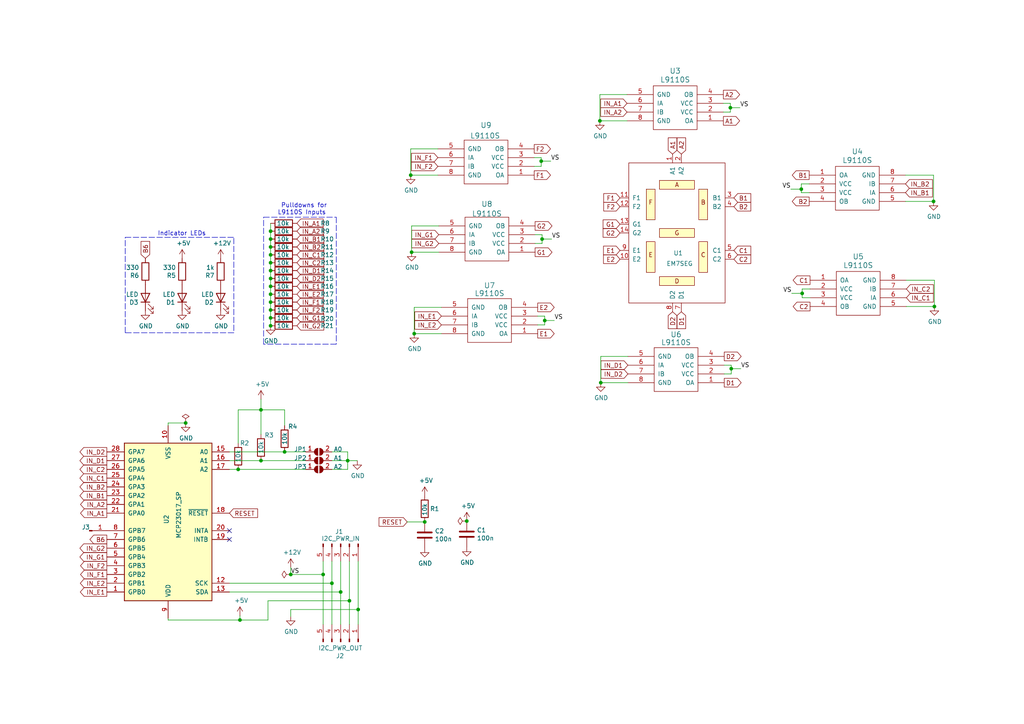
<source format=kicad_sch>
(kicad_sch (version 20231120) (generator "eeschema") (generator_version "8.0")
  (paper "A4")
  (lib_symbols
    (symbol "Connector:Conn_01x01_Male" (pin_names (offset 1.016) hide)
      (property "Reference" "J" (at 0 2.54 0))
      (property "Value" "Conn_01x01_Male" (at 0 -2.54 0))
      (symbol "Conn_01x01_Male_1_1"
        (polyline (pts (xy 1.27 0) (xy 0.8636 0)) (stroke (width 0.1524)))
        (rectangle (start 0.8636 0.127) (end 0 -0.127) (stroke (width 0.1524)) (fill (type outline)))
        (pin passive line (at 5.08 0 180) (length 3.81) (name "Pin_1") (number "1"))
      )
    )
    (symbol "Connector:Conn_01x05_Male" (pin_names (offset 1.016) hide)
      (property "Reference" "J" (at 0 7.62 0))
      (property "Value" "Conn_01x05_Male" (at 0 -7.62 0))
      (symbol "Conn_01x05_Male_1_1"
        (polyline (pts (xy 1.27 -5.08) (xy 0.8636 -5.08)) (stroke (width 0.1524)))
        (polyline (pts (xy 1.27 -2.54) (xy 0.8636 -2.54)) (stroke (width 0.1524)))
        (polyline (pts (xy 1.27 0) (xy 0.8636 0)) (stroke (width 0.1524)))
        (polyline (pts (xy 1.27 2.54) (xy 0.8636 2.54)) (stroke (width 0.1524)))
        (polyline (pts (xy 1.27 5.08) (xy 0.8636 5.08)) (stroke (width 0.1524)))
        (rectangle (start 0.8636 -4.953) (end 0 -5.207) (stroke (width 0.1524)) (fill (type outline)))
        (rectangle (start 0.8636 -2.413) (end 0 -2.667) (stroke (width 0.1524)) (fill (type outline)))
        (rectangle (start 0.8636 0.127) (end 0 -0.127) (stroke (width 0.1524)) (fill (type outline)))
        (rectangle (start 0.8636 2.667) (end 0 2.413) (stroke (width 0.1524)) (fill (type outline)))
        (rectangle (start 0.8636 5.207) (end 0 4.953) (stroke (width 0.1524)) (fill (type outline)))
        (pin passive line (at 5.08 5.08 180) (length 3.81) (name "Pin_1") (number "1"))
        (pin passive line (at 5.08 2.54 180) (length 3.81) (name "Pin_2") (number "2"))
        (pin passive line (at 5.08 0 180) (length 3.81) (name "Pin_3") (number "3"))
        (pin passive line (at 5.08 -2.54 180) (length 3.81) (name "Pin_4") (number "4"))
        (pin passive line (at 5.08 -5.08 180) (length 3.81) (name "Pin_5") (number "5"))
      )
    )
    (symbol "Device:C" (pin_numbers hide) (pin_names (offset 0.254))
      (property "Reference" "C" (at 0.635 2.54 0))
      (property "Value" "C" (at 0.635 -2.54 0))
      (symbol "C_0_1"
        (polyline (pts (xy -2.032 -0.762) (xy 2.032 -0.762)) (stroke (width 0.508)))
        (polyline (pts (xy -2.032 0.762) (xy 2.032 0.762)) (stroke (width 0.508)))
      )
      (symbol "C_1_1"
        (pin passive line (at 0 3.81 270) (length 2.794) (name "~") (number "1"))
        (pin passive line (at 0 -3.81 90) (length 2.794) (name "~") (number "2"))
      )
    )
    (symbol "Device:LED" (pin_numbers hide) (pin_names (offset 1.016) hide)
      (property "Reference" "D" (at 0 2.54 0))
      (property "Value" "LED" (at 0 -2.54 0))
      (symbol "LED_0_1"
        (polyline (pts (xy -1.27 -1.27) (xy -1.27 1.27)) (stroke (width 0.254)))
        (polyline (pts (xy -1.27 0) (xy 1.27 0)))
        (polyline (pts (xy 1.27 -1.27) (xy 1.27 1.27) (xy -1.27 0) (xy 1.27 -1.27)) (stroke (width 0.254)))
        (polyline (pts (xy -3.048 -0.762) (xy -4.572 -2.286) (xy -3.81 -2.286) (xy -4.572 -2.286) (xy -4.572 -1.524)))
        (polyline (pts (xy -1.778 -0.762) (xy -3.302 -2.286) (xy -2.54 -2.286) (xy -3.302 -2.286) (xy -3.302 -1.524)))
      )
      (symbol "LED_1_1"
        (pin passive line (at -3.81 0 0) (length 2.54) (name "K") (number "1"))
        (pin passive line (at 3.81 0 180) (length 2.54) (name "A") (number "2"))
      )
    )
    (symbol "Device:R" (pin_numbers hide) (pin_names (offset 0))
      (property "Reference" "R" (at 2.032 0 90))
      (property "Value" "R" (at 0 0 90))
      (symbol "R_0_1"
        (rectangle (start -1.016 -2.54) (end 1.016 2.54) (stroke (width 0.254)))
      )
      (symbol "R_1_1"
        (pin passive line (at 0 3.81 270) (length 1.27) (name "~") (number "1"))
        (pin passive line (at 0 -3.81 90) (length 1.27) (name "~") (number "2"))
      )
    )
    (symbol "EM7SEG_DRIVER-rescue:EM7SEG-Device" (pin_names (offset 1.016))
      (property "Reference" "U" (at 0 -6.35 0))
      (property "Value" "EM7SEG-Device" (at 0 -2.54 0))
      (symbol "EM7SEG-Device_0_0"
        (text "A" (at 0 13.97 0) (effects (font (size 1.27 1.27))))
        (text "B" (at 7.62 8.89 0) (effects (font (size 1.27 1.27))))
        (text "C" (at 7.62 -6.35 0) (effects (font (size 1.27 1.27))))
        (text "D" (at 0 -13.97 0) (effects (font (size 1.27 1.27))))
        (text "E" (at -7.62 -6.35 0) (effects (font (size 1.27 1.27))))
        (text "F" (at -7.62 8.89 0) (effects (font (size 1.27 1.27))))
        (text "G" (at 0 0 0) (effects (font (size 1.27 1.27))))
      )
      (symbol "EM7SEG-Device_0_1"
        (rectangle (start -13.97 20.32) (end 13.97 -20.32))
        (rectangle (start -8.89 -2.54) (end -6.35 -11.43) (fill (type background)))
        (rectangle (start -8.89 12.7) (end -6.35 3.81) (fill (type background)))
        (rectangle (start -5.08 -12.7) (end 5.08 -15.24) (fill (type background)))
        (rectangle (start -5.08 1.27) (end 5.08 -1.27) (fill (type background)))
        (rectangle (start -5.08 15.24) (end 5.08 12.7) (fill (type background)))
        (rectangle (start 6.35 -2.54) (end 8.89 -11.43) (fill (type background)))
        (rectangle (start 8.89 12.7) (end 6.35 3.81) (fill (type background)))
      )
      (symbol "EM7SEG-Device_1_1"
        (pin input line (at -1.27 22.86 270) (length 2.54) (name "A1") (number "1"))
        (pin input line (at -16.51 -7.62 0) (length 2.54) (name "E2") (number "10"))
        (pin input line (at -16.51 10.16 0) (length 2.54) (name "F1") (number "11"))
        (pin input line (at -16.51 7.62 0) (length 2.54) (name "F2") (number "12"))
        (pin input line (at -16.51 2.54 0) (length 2.54) (name "G1") (number "13"))
        (pin input line (at -16.51 0 0) (length 2.54) (name "G2") (number "14"))
        (pin input line (at 1.27 22.86 270) (length 2.54) (name "A2") (number "2"))
        (pin input line (at 16.51 10.16 180) (length 2.54) (name "B1") (number "3"))
        (pin input line (at 16.51 7.62 180) (length 2.54) (name "B2") (number "4"))
        (pin input line (at 16.51 -5.08 180) (length 2.54) (name "C1") (number "5"))
        (pin input line (at 16.51 -7.62 180) (length 2.54) (name "C2") (number "6"))
        (pin input line (at 1.27 -22.86 90) (length 2.54) (name "D1") (number "7"))
        (pin input line (at -1.27 -22.86 90) (length 2.54) (name "D2") (number "8"))
        (pin input line (at -16.51 -5.08 0) (length 2.54) (name "E1") (number "9"))
      )
    )
    (symbol "Interface_Expansion:MCP23017_SP" (pin_names (offset 1.016))
      (property "Reference" "U" (at -11.43 24.13 0))
      (property "Value" "MCP23017_SP" (at 0 0 0))
      (symbol "MCP23017_SP_0_1"
        (rectangle (start -12.7 22.86) (end 12.7 -22.86) (stroke (width 0.254)) (fill (type background)))
      )
      (symbol "MCP23017_SP_1_1"
        (pin bidirectional line (at 17.78 20.32 180) (length 5.08) (name "GPB0") (number "1"))
        (pin power_in line (at 0 -27.94 90) (length 5.08) (name "VSS") (number "10"))
        (pin no_connect line (at -12.7 15.24 0) (length 5.08) hide (name "NC") (number "11"))
        (pin input line (at -17.78 17.78 0) (length 5.08) (name "SCK") (number "12"))
        (pin bidirectional line (at -17.78 20.32 0) (length 5.08) (name "SDA") (number "13"))
        (pin no_connect line (at -12.7 12.7 0) (length 5.08) hide (name "NC") (number "14"))
        (pin input line (at -17.78 -20.32 0) (length 5.08) (name "A0") (number "15"))
        (pin input line (at -17.78 -17.78 0) (length 5.08) (name "A1") (number "16"))
        (pin input line (at -17.78 -15.24 0) (length 5.08) (name "A2") (number "17"))
        (pin input line (at -17.78 -2.54 0) (length 5.08) (name "~{RESET}") (number "18"))
        (pin tri_state line (at -17.78 5.08 0) (length 5.08) (name "INTB") (number "19"))
        (pin bidirectional line (at 17.78 17.78 180) (length 5.08) (name "GPB1") (number "2"))
        (pin tri_state line (at -17.78 2.54 0) (length 5.08) (name "INTA") (number "20"))
        (pin bidirectional line (at 17.78 -2.54 180) (length 5.08) (name "GPA0") (number "21"))
        (pin bidirectional line (at 17.78 -5.08 180) (length 5.08) (name "GPA1") (number "22"))
        (pin bidirectional line (at 17.78 -7.62 180) (length 5.08) (name "GPA2") (number "23"))
        (pin bidirectional line (at 17.78 -10.16 180) (length 5.08) (name "GPA3") (number "24"))
        (pin bidirectional line (at 17.78 -12.7 180) (length 5.08) (name "GPA4") (number "25"))
        (pin bidirectional line (at 17.78 -15.24 180) (length 5.08) (name "GPA5") (number "26"))
        (pin bidirectional line (at 17.78 -17.78 180) (length 5.08) (name "GPA6") (number "27"))
        (pin bidirectional line (at 17.78 -20.32 180) (length 5.08) (name "GPA7") (number "28"))
        (pin bidirectional line (at 17.78 15.24 180) (length 5.08) (name "GPB2") (number "3"))
        (pin bidirectional line (at 17.78 12.7 180) (length 5.08) (name "GPB3") (number "4"))
        (pin bidirectional line (at 17.78 10.16 180) (length 5.08) (name "GPB4") (number "5"))
        (pin bidirectional line (at 17.78 7.62 180) (length 5.08) (name "GPB5") (number "6"))
        (pin bidirectional line (at 17.78 5.08 180) (length 5.08) (name "GPB6") (number "7"))
        (pin bidirectional line (at 17.78 2.54 180) (length 5.08) (name "GPB7") (number "8"))
        (pin power_in line (at 0 27.94 270) (length 5.08) (name "VDD") (number "9"))
      )
    )
    (symbol "Jumper:SolderJumper_2_Open" (pin_names (offset 0) hide)
      (property "Reference" "JP" (at 0 2.032 0))
      (property "Value" "SolderJumper_2_Open" (at 0 -2.54 0))
      (symbol "SolderJumper_2_Open_0_1"
        (arc (start -0.254 1.016) (mid -1.2655 0) (end -0.254 -1.016))
        (arc (start -0.254 1.016) (mid -1.2655 0) (end -0.254 -1.016) (fill (type outline)))
        (polyline (pts (xy -0.254 1.016) (xy -0.254 -1.016)))
        (polyline (pts (xy 0.254 1.016) (xy 0.254 -1.016)))
        (arc (start 0.254 -1.016) (mid 1.2655 0) (end 0.254 1.016))
        (arc (start 0.254 -1.016) (mid 1.2655 0) (end 0.254 1.016) (fill (type outline)))
      )
      (symbol "SolderJumper_2_Open_1_1"
        (pin passive line (at -3.81 0 0) (length 2.54) (name "A") (number "1"))
        (pin passive line (at 3.81 0 180) (length 2.54) (name "B") (number "2"))
      )
    )
    (symbol "L9110:L9110" (pin_names (offset 1.016))
      (property "Reference" "U" (at 0 7.62 0))
      (property "Value" "L9110" (at 0 -7.62 0))
      (symbol "L9110_0_1"
        (rectangle (start 6.35 -6.35) (end -6.35 6.35))
      )
      (symbol "L9110_1_1"
        (pin output line (at -13.97 3.81 0) (length 7.62) (name "OA") (number "1"))
        (pin power_in line (at -13.97 1.27 0) (length 7.62) (name "VCC") (number "2"))
        (pin power_in line (at -13.97 -1.27 0) (length 7.62) (name "VCC") (number "3"))
        (pin output line (at -13.97 -3.81 0) (length 7.62) (name "OB") (number "4"))
        (pin power_in line (at 13.97 -3.81 180) (length 7.62) (name "GND") (number "5"))
        (pin input line (at 13.97 -1.27 180) (length 7.62) (name "IA") (number "6"))
        (pin input line (at 13.97 1.27 180) (length 7.62) (name "IB") (number "7"))
        (pin power_in line (at 13.97 3.81 180) (length 7.62) (name "GND") (number "8"))
      )
      (symbol "L9110_1_2"
        (pin output line (at -19.05 12.7 0) (length 7.62) (name "OA") (number "1"))
        (pin output line (at -19.05 5.08 0) (length 7.62) (name "VCC") (number "2"))
        (pin output line (at -19.05 -5.08 0) (length 7.62) (name "VCC") (number "3"))
        (pin power_out line (at -19.05 -12.7 0) (length 7.62) (name "OB") (number "4"))
        (pin power_out line (at 17.78 -12.7 180) (length 7.62) (name "GND") (number "5"))
        (pin input line (at 17.78 -5.08 180) (length 7.62) (name "IA") (number "6"))
        (pin input line (at 17.78 5.08 180) (length 7.62) (name "IB") (number "7"))
        (pin power_in line (at 17.78 12.7 180) (length 7.62) (name "GND") (number "8"))
      )
    )
    (symbol "power:+12V" (power) (pin_names (offset 0))
      (property "Value" "+12V" (at 0 3.556 0))
      (symbol "+12V_0_1"
        (polyline (pts (xy -0.762 1.27) (xy 0 2.54)))
        (polyline (pts (xy 0 0) (xy 0 2.54)))
        (polyline (pts (xy 0 2.54) (xy 0.762 1.27)))
      )
      (symbol "+12V_1_1"
        (pin power_in line (at 0 0 90) (length 0) hide (name "+12V") (number "1"))
      )
    )
    (symbol "power:+5V" (power) (pin_names (offset 0))
      (property "Value" "+5V" (at 0 3.556 0))
      (symbol "+5V_0_1"
        (polyline (pts (xy -0.762 1.27) (xy 0 2.54)))
        (polyline (pts (xy 0 0) (xy 0 2.54)))
        (polyline (pts (xy 0 2.54) (xy 0.762 1.27)))
      )
      (symbol "+5V_1_1"
        (pin power_in line (at 0 0 90) (length 0) hide (name "+5V") (number "1"))
      )
    )
    (symbol "power:GND" (power) (pin_names (offset 0))
      (property "Value" "GND" (at 0 -3.81 0))
      (symbol "GND_0_1"
        (polyline (pts (xy 0 0) (xy 0 -1.27) (xy 1.27 -1.27) (xy 0 -2.54) (xy -1.27 -1.27) (xy 0 -1.27)))
      )
      (symbol "GND_1_1"
        (pin power_in line (at 0 0 270) (length 0) hide (name "GND") (number "1"))
      )
    )
    (symbol "power:PWR_FLAG" (power) (pin_numbers hide) (pin_names (offset 0) hide)
      (property "Value" "PWR_FLAG" (at 0 3.81 0))
      (symbol "PWR_FLAG_0_0"
        (pin power_out line (at 0 0 90) (length 0) (name "pwr") (number "1"))
      )
      (symbol "PWR_FLAG_0_1"
        (polyline (pts (xy 0 0) (xy 0 1.27) (xy -1.016 1.905) (xy 0 2.54) (xy 1.016 1.905) (xy 0 1.27)))
      )
    )
  )
  (junction (at 156.972 46.736))
  (junction (at 271.018 88.9))
  (junction (at 135.382 151.13))
  (junction (at 75.692 118.872))
  (junction (at 78.486 73.914))
  (junction (at 69.596 179.832))
  (junction (at 93.726 166.624))
  (junction (at 270.764 58.42))
  (junction (at 69.088 136.144))
  (junction (at 103.886 176.784))
  (junction (at 96.266 169.164))
  (junction (at 78.486 80.772))
  (junction (at 173.99 35.052))
  (junction (at 84.328 166.624))
  (junction (at 174.244 110.998))
  (junction (at 78.486 83.058))
  (junction (at 75.692 133.604))
  (junction (at 100.838 133.604))
  (junction (at 120.142 96.774))
  (junction (at 78.486 67.056))
  (junction (at 157.988 92.964))
  (junction (at 78.486 78.486))
  (junction (at 101.346 174.244))
  (junction (at 78.486 71.628))
  (junction (at 232.664 85.09))
  (junction (at 123.19 151.384))
  (junction (at 78.486 76.2))
  (junction (at 119.126 50.8))
  (junction (at 78.486 85.344))
  (junction (at 82.55 131.064))
  (junction (at 78.486 87.63))
  (junction (at 157.226 69.342))
  (junction (at 211.836 31.242))
  (junction (at 78.486 69.342))
  (junction (at 78.486 89.916))
  (junction (at 232.41 54.864))
  (junction (at 78.486 92.202))
  (junction (at 119.38 73.152))
  (junction (at 98.806 171.704))
  (junction (at 53.848 122.682))
  (junction (at 212.09 106.934))
  (junction (at 78.486 94.488))
  (no_connect (at 66.548 156.464))
  (no_connect (at 66.548 153.924))
  (wire (pts (xy 93.726 181.102) (xy 93.726 166.624)))
  (wire (pts (xy 84.328 176.784) (xy 103.886 176.784)))
  (wire (pts (xy 127 43.18) (xy 119.126 43.18)))
  (wire (pts (xy 270.764 58.42) (xy 262.636 58.42)))
  (wire (pts (xy 101.346 174.244) (xy 101.346 162.814)))
  (wire (pts (xy 212.09 106.934) (xy 212.09 108.458)))
  (wire (pts (xy 271.018 88.9) (xy 262.89 88.9)))
  (wire (pts (xy 156.972 45.72) (xy 156.972 46.736)))
  (wire (pts (xy 75.692 118.872) (xy 82.55 118.872)))
  (wire (pts (xy 210.058 105.918) (xy 212.09 105.918)))
  (wire (pts (xy 78.486 64.77) (xy 78.486 67.056)))
  (wire (pts (xy 96.266 169.164) (xy 96.266 162.814)))
  (wire (pts (xy 96.266 136.144) (xy 100.838 136.144)))
  (wire (pts (xy 156.972 48.26) (xy 154.94 48.26)))
  (wire (pts (xy 84.328 164.592) (xy 84.328 166.624)))
  (wire (pts (xy 75.692 133.604) (xy 66.548 133.604)))
  (wire (pts (xy 78.486 94.488) (xy 78.486 92.202)))
  (wire (pts (xy 100.838 136.144) (xy 100.838 133.604)))
  (wire (pts (xy 100.838 133.604) (xy 96.266 133.604)))
  (wire (pts (xy 211.836 29.972) (xy 211.836 31.242)))
  (wire (pts (xy 160.02 69.342) (xy 157.226 69.342)))
  (wire (pts (xy 232.41 55.88) (xy 234.696 55.88)))
  (wire (pts (xy 157.226 69.342) (xy 157.226 70.612)))
  (wire (pts (xy 157.226 70.612) (xy 155.194 70.612)))
  (wire (pts (xy 66.548 171.704) (xy 98.806 171.704)))
  (wire (pts (xy 157.226 68.072) (xy 157.226 69.342)))
  (wire (pts (xy 271.018 81.28) (xy 271.018 88.9)))
  (wire (pts (xy 48.768 179.832) (xy 69.596 179.832)))
  (wire (pts (xy 103.886 181.102) (xy 103.886 176.784)))
  (wire (pts (xy 78.486 69.342) (xy 78.486 71.628)))
  (wire (pts (xy 174.244 103.378) (xy 174.244 110.998)))
  (wire (pts (xy 232.41 53.34) (xy 232.41 54.864)))
  (wire (pts (xy 174.244 110.998) (xy 182.118 110.998)))
  (wire (pts (xy 75.692 125.984) (xy 75.692 118.872)))
  (wire (pts (xy 98.806 181.102) (xy 98.806 171.704)))
  (wire (pts (xy 78.486 67.056) (xy 78.486 69.342)))
  (wire (pts (xy 78.486 85.344) (xy 78.486 87.63)))
  (wire (pts (xy 78.486 73.914) (xy 78.486 76.2)))
  (wire (pts (xy 155.194 68.072) (xy 157.226 68.072)))
  (wire (pts (xy 119.38 65.532) (xy 119.38 73.152)))
  (wire (pts (xy 78.486 80.772) (xy 78.486 83.058)))
  (wire (pts (xy 77.724 174.244) (xy 77.724 179.832)))
  (wire (pts (xy 82.55 131.064) (xy 88.646 131.064)))
  (wire (pts (xy 84.328 176.784) (xy 84.328 178.816)))
  (wire (pts (xy 120.142 89.154) (xy 120.142 96.774)))
  (wire (pts (xy 229.362 54.864) (xy 232.41 54.864)))
  (wire (pts (xy 212.09 105.918) (xy 212.09 106.934)))
  (wire (pts (xy 69.596 179.832) (xy 77.724 179.832)))
  (wire (pts (xy 229.616 85.09) (xy 232.664 85.09)))
  (polyline (pts (xy 36.322 96.52) (xy 36.322 68.834)) (stroke (width 0) (type dash)))
  (wire (pts (xy 84.328 166.624) (xy 93.726 166.624)))
  (wire (pts (xy 123.19 151.384) (xy 118.11 151.384)))
  (wire (pts (xy 66.548 169.164) (xy 96.266 169.164)))
  (wire (pts (xy 78.486 78.486) (xy 78.486 80.772)))
  (wire (pts (xy 119.126 50.8) (xy 127 50.8)))
  (wire (pts (xy 234.95 83.82) (xy 232.664 83.82)))
  (wire (pts (xy 232.664 86.36) (xy 234.95 86.36)))
  (wire (pts (xy 157.988 91.694) (xy 157.988 92.964)))
  (wire (pts (xy 78.486 83.058) (xy 78.486 85.344)))
  (wire (pts (xy 262.89 81.28) (xy 271.018 81.28)))
  (wire (pts (xy 182.118 103.378) (xy 174.244 103.378)))
  (wire (pts (xy 209.804 29.972) (xy 211.836 29.972)))
  (wire (pts (xy 78.486 76.2) (xy 78.486 78.486)))
  (wire (pts (xy 48.768 123.444) (xy 48.768 122.682)))
  (wire (pts (xy 100.838 131.064) (xy 100.838 133.604)))
  (wire (pts (xy 262.636 50.8) (xy 270.764 50.8)))
  (wire (pts (xy 98.806 171.704) (xy 98.806 162.814)))
  (wire (pts (xy 232.41 54.864) (xy 232.41 55.88)))
  (polyline (pts (xy 76.454 62.992) (xy 97.536 62.992)) (stroke (width 0) (type dash)))
  (polyline (pts (xy 67.818 69.088) (xy 67.818 96.52)) (stroke (width 0) (type dash)))
  (wire (pts (xy 157.988 94.234) (xy 155.956 94.234)))
  (wire (pts (xy 75.692 118.872) (xy 75.692 115.824)))
  (wire (pts (xy 100.838 133.604) (xy 103.632 133.604)))
  (wire (pts (xy 78.486 71.628) (xy 78.486 73.914)))
  (wire (pts (xy 78.486 87.63) (xy 78.486 89.916)))
  (wire (pts (xy 173.99 27.432) (xy 173.99 35.052)))
  (wire (pts (xy 82.55 118.872) (xy 82.55 123.444)))
  (wire (pts (xy 157.988 92.964) (xy 157.988 94.234)))
  (wire (pts (xy 232.664 83.82) (xy 232.664 85.09)))
  (wire (pts (xy 101.346 181.102) (xy 101.346 174.244)))
  (wire (pts (xy 211.836 31.242) (xy 211.836 32.512)))
  (wire (pts (xy 48.768 122.682) (xy 53.848 122.682)))
  (polyline (pts (xy 36.322 68.834) (xy 67.818 68.834)) (stroke (width 0) (type dash)))
  (wire (pts (xy 96.266 181.102) (xy 96.266 169.164)))
  (wire (pts (xy 119.38 73.152) (xy 127.254 73.152)))
  (wire (pts (xy 103.886 176.784) (xy 103.886 162.814)))
  (wire (pts (xy 128.016 89.154) (xy 120.142 89.154)))
  (wire (pts (xy 96.266 131.064) (xy 100.838 131.064)))
  (wire (pts (xy 48.768 179.324) (xy 48.768 179.832)))
  (wire (pts (xy 88.646 133.604) (xy 75.692 133.604)))
  (wire (pts (xy 66.548 136.144) (xy 69.088 136.144)))
  (wire (pts (xy 214.63 31.242) (xy 211.836 31.242)))
  (wire (pts (xy 234.696 53.34) (xy 232.41 53.34)))
  (wire (pts (xy 212.09 108.458) (xy 210.058 108.458)))
  (polyline (pts (xy 76.454 99.822) (xy 76.454 62.992)) (stroke (width 0) (type dash)))
  (wire (pts (xy 77.724 174.244) (xy 101.346 174.244)))
  (wire (pts (xy 119.126 43.18) (xy 119.126 50.8)))
  (wire (pts (xy 181.864 27.432) (xy 173.99 27.432)))
  (polyline (pts (xy 97.536 99.822) (xy 76.454 99.822)) (stroke (width 0) (type dash)))
  (wire (pts (xy 211.836 32.512) (xy 209.804 32.512)))
  (wire (pts (xy 156.972 46.736) (xy 156.972 48.26)))
  (polyline (pts (xy 67.818 96.52) (xy 36.322 96.52)) (stroke (width 0) (type dash)))
  (wire (pts (xy 160.782 92.964) (xy 157.988 92.964)))
  (wire (pts (xy 159.766 46.736) (xy 156.972 46.736)))
  (wire (pts (xy 120.142 96.774) (xy 128.016 96.774)))
  (wire (pts (xy 270.764 50.8) (xy 270.764 58.42)))
  (wire (pts (xy 69.088 128.524) (xy 69.088 118.872)))
  (wire (pts (xy 69.596 178.562) (xy 69.596 179.832)))
  (wire (pts (xy 69.088 136.144) (xy 88.646 136.144)))
  (wire (pts (xy 232.664 85.09) (xy 232.664 86.36)))
  (wire (pts (xy 154.94 45.72) (xy 156.972 45.72)))
  (wire (pts (xy 78.486 92.202) (xy 78.486 89.916)))
  (wire (pts (xy 173.99 35.052) (xy 181.864 35.052)))
  (wire (pts (xy 127.254 65.532) (xy 119.38 65.532)))
  (wire (pts (xy 66.548 131.064) (xy 82.55 131.064)))
  (wire (pts (xy 155.956 91.694) (xy 157.988 91.694)))
  (wire (pts (xy 214.884 106.934) (xy 212.09 106.934)))
  (wire (pts (xy 69.088 118.872) (xy 75.692 118.872)))
  (wire (pts (xy 93.726 166.624) (xy 93.726 162.814)))
  (polyline (pts (xy 97.536 62.992) (xy 97.536 99.822)) (stroke (width 0) (type dash)))
  (text " Pulldowns for \nL9110S Inputs" (at 80.518 62.484 0) (effects (font (size 1.27 1.27)) (justify left bottom)))
  (text "Indicator LEDs" (at 45.72 68.58 0) (effects (font (size 1.27 1.27)) (justify left bottom)))
  (label "VS" (at 214.884 106.934 0))
  (label "VS" (at 214.63 31.242 0))
  (label "VS" (at 160.782 92.964 0))
  (label "VS" (at 229.616 85.09 180))
  (label "VS" (at 229.362 54.864 180))
  (label "VS" (at 159.766 46.736 0))
  (label "VS" (at 84.328 166.624 0))
  (label "VS" (at 160.02 69.342 0))
  (global_label "F1" (shape input) (at 179.832 57.404 180) (property "Intersheetrefs" "${INTERSHEET_REFS}" (effects (hide yes))))
  (global_label "IN_C2" (shape input) (at 262.89 83.82 0) (property "Intersheetrefs" "${INTERSHEET_REFS}" (effects (hide yes))))
  (global_label "IN_C1" (shape input) (at 262.89 86.36 0) (property "Intersheetrefs" "${INTERSHEET_REFS}" (effects (hide yes))))
  (global_label "IN_C2" (shape output) (at 30.988 136.144 180) (property "Intersheetrefs" "${INTERSHEET_REFS}" (effects (hide yes))))
  (global_label "IN_A2" (shape input) (at 86.106 67.056 0) (property "Intersheetrefs" "${INTERSHEET_REFS}" (effects (hide yes))))
  (global_label "F1" (shape output) (at 154.94 50.8 0) (property "Intersheetrefs" "${INTERSHEET_REFS}" (effects (hide yes))))
  (global_label "E2" (shape input) (at 179.832 75.184 180) (property "Intersheetrefs" "${INTERSHEET_REFS}" (effects (hide yes))))
  (global_label "G2" (shape input) (at 179.832 67.564 180) (property "Intersheetrefs" "${INTERSHEET_REFS}" (effects (hide yes))))
  (global_label "IN_A2" (shape output) (at 30.988 146.304 180) (property "Intersheetrefs" "${INTERSHEET_REFS}" (effects (hide yes))))
  (global_label "A1" (shape output) (at 209.804 35.052 0) (property "Intersheetrefs" "${INTERSHEET_REFS}" (effects (hide yes))))
  (global_label "IN_E1" (shape input) (at 86.106 83.058 0) (property "Intersheetrefs" "${INTERSHEET_REFS}" (effects (hide yes))))
  (global_label "IN_E1" (shape input) (at 128.016 91.694 180) (property "Intersheetrefs" "${INTERSHEET_REFS}" (effects (hide yes))))
  (global_label "RESET" (shape input) (at 118.11 151.384 180) (property "Intersheetrefs" "${INTERSHEET_REFS}" (effects (hide yes))))
  (global_label "IN_D1" (shape input) (at 182.118 105.918 180) (property "Intersheetrefs" "${INTERSHEET_REFS}" (effects (hide yes))))
  (global_label "IN_G1" (shape input) (at 86.106 92.202 0) (property "Intersheetrefs" "${INTERSHEET_REFS}" (effects (hide yes))))
  (global_label "IN_B1" (shape input) (at 262.636 55.88 0) (property "Intersheetrefs" "${INTERSHEET_REFS}" (effects (hide yes))))
  (global_label "A1" (shape input) (at 195.072 44.704 90) (property "Intersheetrefs" "${INTERSHEET_REFS}" (effects (hide yes))))
  (global_label "B6" (shape input) (at 42.164 74.93 90) (property "Intersheetrefs" "${INTERSHEET_REFS}" (effects (hide yes))))
  (global_label "IN_G2" (shape input) (at 86.106 94.488 0) (property "Intersheetrefs" "${INTERSHEET_REFS}" (effects (hide yes))))
  (global_label "A2" (shape output) (at 209.804 27.432 0) (property "Intersheetrefs" "${INTERSHEET_REFS}" (effects (hide yes))))
  (global_label "IN_B2" (shape output) (at 30.988 141.224 180) (property "Intersheetrefs" "${INTERSHEET_REFS}" (effects (hide yes))))
  (global_label "F2" (shape input) (at 179.832 59.944 180) (property "Intersheetrefs" "${INTERSHEET_REFS}" (effects (hide yes))))
  (global_label "IN_C1" (shape input) (at 86.106 73.914 0) (property "Intersheetrefs" "${INTERSHEET_REFS}" (effects (hide yes))))
  (global_label "IN_A1" (shape input) (at 86.106 64.77 0) (property "Intersheetrefs" "${INTERSHEET_REFS}" (effects (hide yes))))
  (global_label "B2" (shape input) (at 212.852 59.944 0) (property "Intersheetrefs" "${INTERSHEET_REFS}" (effects (hide yes))))
  (global_label "C2" (shape output) (at 234.95 88.9 180) (property "Intersheetrefs" "${INTERSHEET_REFS}" (effects (hide yes))))
  (global_label "IN_G1" (shape output) (at 30.988 161.544 180) (property "Intersheetrefs" "${INTERSHEET_REFS}" (effects (hide yes))))
  (global_label "A2" (shape input) (at 197.612 44.704 90) (property "Intersheetrefs" "${INTERSHEET_REFS}" (effects (hide yes))))
  (global_label "D1" (shape output) (at 210.058 110.998 0) (property "Intersheetrefs" "${INTERSHEET_REFS}" (effects (hide yes))))
  (global_label "C1" (shape output) (at 234.95 81.28 180) (property "Intersheetrefs" "${INTERSHEET_REFS}" (effects (hide yes))))
  (global_label "IN_D2" (shape output) (at 30.988 131.064 180) (property "Intersheetrefs" "${INTERSHEET_REFS}" (effects (hide yes))))
  (global_label "IN_E2" (shape output) (at 30.988 169.164 180) (property "Intersheetrefs" "${INTERSHEET_REFS}" (effects (hide yes))))
  (global_label "IN_D2" (shape input) (at 182.118 108.458 180) (property "Intersheetrefs" "${INTERSHEET_REFS}" (effects (hide yes))))
  (global_label "IN_F1" (shape input) (at 86.106 87.63 0) (property "Intersheetrefs" "${INTERSHEET_REFS}" (effects (hide yes))))
  (global_label "C2" (shape input) (at 212.852 75.184 0) (property "Intersheetrefs" "${INTERSHEET_REFS}" (effects (hide yes))))
  (global_label "B1" (shape input) (at 212.852 57.404 0) (property "Intersheetrefs" "${INTERSHEET_REFS}" (effects (hide yes))))
  (global_label "IN_F2" (shape input) (at 86.106 89.916 0) (property "Intersheetrefs" "${INTERSHEET_REFS}" (effects (hide yes))))
  (global_label "IN_F1" (shape output) (at 30.988 166.624 180) (property "Intersheetrefs" "${INTERSHEET_REFS}" (effects (hide yes))))
  (global_label "IN_F2" (shape output) (at 30.988 164.084 180) (property "Intersheetrefs" "${INTERSHEET_REFS}" (effects (hide yes))))
  (global_label "IN_F1" (shape input) (at 127 45.72 180) (property "Intersheetrefs" "${INTERSHEET_REFS}" (effects (hide yes))))
  (global_label "IN_F2" (shape input) (at 127 48.26 180) (property "Intersheetrefs" "${INTERSHEET_REFS}" (effects (hide yes))))
  (global_label "F2" (shape output) (at 154.94 43.18 0) (property "Intersheetrefs" "${INTERSHEET_REFS}" (effects (hide yes))))
  (global_label "B6" (shape output) (at 30.988 156.464 180) (property "Intersheetrefs" "${INTERSHEET_REFS}" (effects (hide yes))))
  (global_label "B1" (shape output) (at 234.696 50.8 180) (property "Intersheetrefs" "${INTERSHEET_REFS}" (effects (hide yes))))
  (global_label "IN_D2" (shape input) (at 86.106 80.772 0) (property "Intersheetrefs" "${INTERSHEET_REFS}" (effects (hide yes))))
  (global_label "E1" (shape output) (at 155.956 96.774 0) (property "Intersheetrefs" "${INTERSHEET_REFS}" (effects (hide yes))))
  (global_label "IN_A1" (shape output) (at 30.988 148.844 180) (property "Intersheetrefs" "${INTERSHEET_REFS}" (effects (hide yes))))
  (global_label "IN_C1" (shape output) (at 30.988 138.684 180) (property "Intersheetrefs" "${INTERSHEET_REFS}" (effects (hide yes))))
  (global_label "IN_E2" (shape input) (at 86.106 85.344 0) (property "Intersheetrefs" "${INTERSHEET_REFS}" (effects (hide yes))))
  (global_label "D2" (shape input) (at 195.072 90.424 270) (property "Intersheetrefs" "${INTERSHEET_REFS}" (effects (hide yes))))
  (global_label "B2" (shape output) (at 234.696 58.42 180) (property "Intersheetrefs" "${INTERSHEET_REFS}" (effects (hide yes))))
  (global_label "IN_G2" (shape input) (at 127.254 70.612 180) (property "Intersheetrefs" "${INTERSHEET_REFS}" (effects (hide yes))))
  (global_label "IN_E1" (shape output) (at 30.988 171.704 180) (property "Intersheetrefs" "${INTERSHEET_REFS}" (effects (hide yes))))
  (global_label "G2" (shape output) (at 155.194 65.532 0) (property "Intersheetrefs" "${INTERSHEET_REFS}" (effects (hide yes))))
  (global_label "IN_B1" (shape output) (at 30.988 143.764 180) (property "Intersheetrefs" "${INTERSHEET_REFS}" (effects (hide yes))))
  (global_label "IN_A1" (shape input) (at 181.864 29.972 180) (property "Intersheetrefs" "${INTERSHEET_REFS}" (effects (hide yes))))
  (global_label "G1" (shape output) (at 155.194 73.152 0) (property "Intersheetrefs" "${INTERSHEET_REFS}" (effects (hide yes))))
  (global_label "E1" (shape input) (at 179.832 72.644 180) (property "Intersheetrefs" "${INTERSHEET_REFS}" (effects (hide yes))))
  (global_label "RESET" (shape input) (at 66.548 148.844 0) (property "Intersheetrefs" "${INTERSHEET_REFS}" (effects (hide yes))))
  (global_label "IN_B2" (shape input) (at 86.106 71.628 0) (property "Intersheetrefs" "${INTERSHEET_REFS}" (effects (hide yes))))
  (global_label "E2" (shape output) (at 155.956 89.154 0) (property "Intersheetrefs" "${INTERSHEET_REFS}" (effects (hide yes))))
  (global_label "IN_D1" (shape output) (at 30.988 133.604 180) (property "Intersheetrefs" "${INTERSHEET_REFS}" (effects (hide yes))))
  (global_label "IN_D1" (shape input) (at 86.106 78.486 0) (property "Intersheetrefs" "${INTERSHEET_REFS}" (effects (hide yes))))
  (global_label "IN_E2" (shape input) (at 128.016 94.234 180) (property "Intersheetrefs" "${INTERSHEET_REFS}" (effects (hide yes))))
  (global_label "IN_G1" (shape input) (at 127.254 68.072 180) (property "Intersheetrefs" "${INTERSHEET_REFS}" (effects (hide yes))))
  (global_label "D2" (shape output) (at 210.058 103.378 0) (property "Intersheetrefs" "${INTERSHEET_REFS}" (effects (hide yes))))
  (global_label "IN_A2" (shape input) (at 181.864 32.512 180) (property "Intersheetrefs" "${INTERSHEET_REFS}" (effects (hide yes))))
  (global_label "D1" (shape input) (at 197.612 90.424 270) (property "Intersheetrefs" "${INTERSHEET_REFS}" (effects (hide yes))))
  (global_label "IN_B1" (shape input) (at 86.106 69.342 0) (property "Intersheetrefs" "${INTERSHEET_REFS}" (effects (hide yes))))
  (global_label "IN_G2" (shape output) (at 30.988 159.004 180) (property "Intersheetrefs" "${INTERSHEET_REFS}" (effects (hide yes))))
  (global_label "IN_C2" (shape input) (at 86.106 76.2 0) (property "Intersheetrefs" "${INTERSHEET_REFS}" (effects (hide yes))))
  (global_label "C1" (shape input) (at 212.852 72.644 0) (property "Intersheetrefs" "${INTERSHEET_REFS}" (effects (hide yes))))
  (global_label "G1" (shape input) (at 179.832 65.024 180) (property "Intersheetrefs" "${INTERSHEET_REFS}" (effects (hide yes))))
  (global_label "IN_B2" (shape input) (at 262.636 53.34 0) (property "Intersheetrefs" "${INTERSHEET_REFS}" (effects (hide yes))))
  (symbol (lib_id "Interface_Expansion:MCP23017_SP") (at 48.768 151.384 180) (unit 1)
    (property "Reference" "U2" (at 48.26 150.622 90))
    (property "Value" "MCP23017_SP" (at 51.816 149.352 90))
    (property "Footprint" "Package_SO:SSOP-28_5.3x10.2mm_P0.65mm" (effects (hide yes)))
    (property "Datasheet" "http://ww1.microchip.com/downloads/en/DeviceDoc/20001952C.pdf" (effects (hide yes)))
  )
  (symbol (lib_id "L9110:L9110") (at 140.97 46.99 180) (unit 1)
    (property "Reference" "U9" (at 140.97 36.322 0) (effects (font (size 1.524 1.524))))
    (property "Value" "L9110S" (at 140.716 39.37 0) (effects (font (size 1.524 1.524))))
    (property "Footprint" "Package_SO:SOP-8_3.9x4.9mm_P1.27mm" (effects (hide yes)))
  )
  (symbol (lib_id "L9110:L9110") (at 141.224 69.342 180) (unit 1)
    (property "Reference" "U8" (at 141.224 59.182 0) (effects (font (size 1.524 1.524))))
    (property "Value" "L9110S" (at 141.224 61.976 0) (effects (font (size 1.524 1.524))))
    (property "Footprint" "Package_SO:SOP-8_3.9x4.9mm_P1.27mm" (effects (hide yes)))
  )
  (symbol (lib_id "L9110:L9110") (at 141.986 92.964 180) (unit 1)
    (property "Reference" "U7" (at 141.986 82.804 0) (effects (font (size 1.524 1.524))))
    (property "Value" "L9110S" (at 141.986 85.09 0) (effects (font (size 1.524 1.524))))
    (property "Footprint" "Package_SO:SOP-8_3.9x4.9mm_P1.27mm" (effects (hide yes)))
  )
  (symbol (lib_id "power:GND") (at 119.126 50.8 0) (unit 1)
    (property "Reference" "#PWR0102" (effects (hide yes)))
    (property "Value" "GND" (at 119.253 55.1942 0))
  )
  (symbol (lib_id "power:GND") (at 119.38 73.152 0) (unit 1)
    (property "Reference" "#PWR0103" (effects (hide yes)))
    (property "Value" "GND" (at 119.507 77.5462 0))
  )
  (symbol (lib_id "power:GND") (at 173.99 35.052 0) (unit 1)
    (property "Reference" "#PWR0104" (effects (hide yes)))
    (property "Value" "GND" (at 174.117 39.4462 0))
  )
  (symbol (lib_id "power:GND") (at 120.142 96.774 0) (unit 1)
    (property "Reference" "#PWR0105" (effects (hide yes)))
    (property "Value" "GND" (at 120.269 101.1682 0))
  )
  (symbol (lib_id "power:GND") (at 174.244 110.998 0) (unit 1)
    (property "Reference" "#PWR0106" (effects (hide yes)))
    (property "Value" "GND" (at 174.371 115.3922 0))
  )
  (symbol (lib_id "L9110:L9110") (at 195.834 31.242 180) (unit 1)
    (property "Reference" "U3" (at 195.834 20.574 0) (effects (font (size 1.524 1.524))))
    (property "Value" "L9110S" (at 195.834 23.114 0) (effects (font (size 1.524 1.524))))
    (property "Footprint" "Package_SO:SOP-8_3.9x4.9mm_P1.27mm" (effects (hide yes)))
  )
  (symbol (lib_id "power:GND") (at 270.764 58.42 0) (unit 1)
    (property "Reference" "#PWR0107" (effects (hide yes)))
    (property "Value" "GND" (at 270.891 62.8142 0))
  )
  (symbol (lib_id "L9110:L9110") (at 196.088 107.188 180) (unit 1)
    (property "Reference" "U6" (at 196.088 97.028 0) (effects (font (size 1.524 1.524))))
    (property "Value" "L9110S" (at 196.088 99.314 0) (effects (font (size 1.524 1.524))))
    (property "Footprint" "Package_SO:SOP-8_3.9x4.9mm_P1.27mm" (effects (hide yes)))
  )
  (symbol (lib_id "power:GND") (at 271.018 88.9 0) (unit 1)
    (property "Reference" "#PWR0108" (effects (hide yes)))
    (property "Value" "GND" (at 271.145 93.2942 0))
  )
  (symbol (lib_id "L9110:L9110") (at 248.92 85.09 0) (unit 1)
    (property "Reference" "U5" (at 248.92 74.422 0) (effects (font (size 1.524 1.524))))
    (property "Value" "L9110S" (at 248.92 76.962 0) (effects (font (size 1.524 1.524))))
    (property "Footprint" "Package_SO:SOP-8_3.9x4.9mm_P1.27mm" (effects (hide yes)))
  )
  (symbol (lib_id "L9110:L9110") (at 248.666 54.61 0) (unit 1)
    (property "Reference" "U4" (at 248.666 43.942 0) (effects (font (size 1.524 1.524))))
    (property "Value" "L9110S" (at 248.666 46.482 0) (effects (font (size 1.524 1.524))))
    (property "Footprint" "Package_SO:SOP-8_3.9x4.9mm_P1.27mm" (effects (hide yes)))
  )
  (symbol (lib_id "EM7SEG_DRIVER-rescue:EM7SEG-Device") (at 196.342 67.564 0) (unit 1)
    (property "Reference" "U1" (at 195.326 73.406 0) (effects (justify left)))
    (property "Value" "EM7SEG" (at 193.294 76.454 0) (effects (justify left)))
    (property "Footprint" "additional:em7seg" (effects (hide yes)))
  )
  (symbol (lib_id "Connector:Conn_01x05_Male") (at 98.806 157.734 270) (unit 1)
    (property "Reference" "J1" (at 99.568 154.178 90) (effects (justify right)))
    (property "Value" "I2C_PWR_IN" (at 104.394 156.21 90) (effects (justify right)))
    (property "Footprint" "Connector_PinHeader_2.00mm:PinHeader_1x05_P2.00mm_Vertical" (effects (hide yes)))
  )
  (symbol (lib_id "power:PWR_FLAG") (at 53.848 122.682 0) (unit 1)
    (property "Reference" "#FLG01" (effects (hide yes)))
    (property "Value" "PWR_FLAG" (effects (hide yes)))
  )
  (symbol (lib_id "power:GND") (at 84.328 178.816 0) (unit 1)
    (property "Reference" "#PWR0109" (effects (hide yes)))
    (property "Value" "GND" (at 84.455 183.2102 0))
  )
  (symbol (lib_id "power:+12V") (at 84.328 164.592 0) (unit 1)
    (property "Reference" "#PWR0110" (effects (hide yes)))
    (property "Value" "+12V" (at 84.709 160.1978 0))
  )
  (symbol (lib_id "Jumper:SolderJumper_2_Open") (at 92.456 131.064 0) (unit 1)
    (property "Reference" "JP1" (at 87.122 130.302 0))
    (property "Value" "A0" (at 98.044 130.302 0))
    (property "Footprint" "Jumper:SolderJumper-2_P1.3mm_Open_RoundedPad1.0x1.5mm" (effects (hide yes)))
  )
  (symbol (lib_id "Jumper:SolderJumper_2_Open") (at 92.456 133.604 0) (unit 1)
    (property "Reference" "JP2" (at 87.122 132.842 0))
    (property "Value" "A1" (at 98.044 132.842 0))
    (property "Footprint" "Jumper:SolderJumper-2_P1.3mm_Open_RoundedPad1.0x1.5mm" (effects (hide yes)))
  )
  (symbol (lib_id "Jumper:SolderJumper_2_Open") (at 92.456 136.144 0) (unit 1)
    (property "Reference" "JP3" (at 87.122 135.382 0))
    (property "Value" "A2" (at 98.044 135.382 0))
    (property "Footprint" "Jumper:SolderJumper-2_P1.3mm_Open_RoundedPad1.0x1.5mm" (effects (hide yes)))
  )
  (symbol (lib_id "power:PWR_FLAG") (at 135.382 151.13 90) (unit 1)
    (property "Reference" "#FLG0101" (effects (hide yes)))
    (property "Value" "PWR_FLAG" (effects (hide yes)))
  )
  (symbol (lib_id "Device:R") (at 123.19 147.574 0) (unit 1)
    (property "Reference" "R1" (at 124.714 147.574 0) (effects (justify left)))
    (property "Value" "10k" (at 123.19 149.606 90) (effects (justify left)))
    (property "Footprint" "Resistor_SMD:R_0805_2012Metric_Pad1.15x1.40mm_HandSolder" (effects (hide yes)))
  )
  (symbol (lib_id "power:GND") (at 135.382 158.75 0) (unit 1)
    (property "Reference" "#PWR0111" (effects (hide yes)))
    (property "Value" "GND" (at 135.509 163.1442 0))
  )
  (symbol (lib_id "power:GND") (at 53.848 122.682 0) (unit 1)
    (property "Reference" "#PWR07" (effects (hide yes)))
    (property "Value" "GND" (at 53.975 127.0762 0))
  )
  (symbol (lib_id "Device:C") (at 135.382 154.94 0) (unit 1)
    (property "Reference" "C1" (at 138.303 153.7716 0) (effects (justify left)))
    (property "Value" "100n" (at 138.303 156.083 0) (effects (justify left)))
    (property "Footprint" "Capacitor_SMD:C_0805_2012Metric_Pad1.15x1.40mm_HandSolder" (effects (hide yes)))
  )
  (symbol (lib_id "Connector:Conn_01x05_Male") (at 98.806 186.182 270) (mirror x) (unit 1)
    (property "Reference" "J2" (at 99.822 190.246 90) (effects (justify right)))
    (property "Value" "I2C_PWR_OUT" (at 105.156 187.96 90) (effects (justify right)))
    (property "Footprint" "Connector_PinHeader_2.00mm:PinHeader_1x05_P2.00mm_Vertical" (effects (hide yes)))
  )
  (symbol (lib_id "Device:LED") (at 42.164 86.36 90) (unit 1)
    (property "Reference" "D3" (at 40.1828 87.7062 90) (effects (justify left)))
    (property "Value" "LED" (at 40.1828 85.3948 90) (effects (justify left)))
    (property "Footprint" "LED_SMD:LED_0805_2012Metric_Pad1.15x1.40mm_HandSolder" (effects (hide yes)))
  )
  (symbol (lib_id "Device:R") (at 42.164 78.74 180) (unit 1)
    (property "Reference" "R6" (at 40.386 79.9084 0) (effects (justify left)))
    (property "Value" "330" (at 40.386 77.597 0) (effects (justify left)))
    (property "Footprint" "Resistor_SMD:R_0805_2012Metric_Pad1.15x1.40mm_HandSolder" (effects (hide yes)))
  )
  (symbol (lib_id "power:GND") (at 42.164 90.17 0) (unit 1)
    (property "Reference" "#PWR011" (effects (hide yes)))
    (property "Value" "GND" (at 42.291 94.5642 0))
  )
  (symbol (lib_id "Device:R") (at 69.088 132.334 0) (unit 1)
    (property "Reference" "R2" (at 69.596 128.524 0) (effects (justify left)))
    (property "Value" "10k" (at 69.088 134.112 90) (effects (justify left)))
    (property "Footprint" "Resistor_SMD:R_0805_2012Metric_Pad1.15x1.40mm_HandSolder" (effects (hide yes)))
  )
  (symbol (lib_id "Device:R") (at 75.692 129.794 0) (unit 1)
    (property "Reference" "R3" (at 76.708 126.238 0) (effects (justify left)))
    (property "Value" "10k" (at 75.692 131.572 90) (effects (justify left)))
    (property "Footprint" "Resistor_SMD:R_0805_2012Metric_Pad1.15x1.40mm_HandSolder" (effects (hide yes)))
  )
  (symbol (lib_id "Device:R") (at 82.55 127.254 0) (unit 1)
    (property "Reference" "R4" (at 83.566 123.698 0) (effects (justify left)))
    (property "Value" "10k" (at 82.55 129.032 90) (effects (justify left)))
    (property "Footprint" "Resistor_SMD:R_0805_2012Metric_Pad1.15x1.40mm_HandSolder" (effects (hide yes)))
  )
  (symbol (lib_id "power:+5V") (at 135.382 151.13 0) (unit 1)
    (property "Reference" "#PWR05" (effects (hide yes)))
    (property "Value" "+5V" (at 135.763 146.7358 0))
  )
  (symbol (lib_id "power:+5V") (at 69.596 178.562 0) (unit 1)
    (property "Reference" "#PWR01" (effects (hide yes)))
    (property "Value" "+5V" (at 69.977 174.1678 0))
  )
  (symbol (lib_id "Device:LED") (at 52.832 86.36 90) (unit 1)
    (property "Reference" "D1" (at 50.8508 87.7062 90) (effects (justify left)))
    (property "Value" "LED" (at 50.8508 85.3948 90) (effects (justify left)))
    (property "Footprint" "LED_SMD:LED_0805_2012Metric_Pad1.15x1.40mm_HandSolder" (effects (hide yes)))
  )
  (symbol (lib_id "Device:R") (at 52.832 78.74 180) (unit 1)
    (property "Reference" "R5" (at 51.054 79.9084 0) (effects (justify left)))
    (property "Value" "330" (at 51.054 77.597 0) (effects (justify left)))
    (property "Footprint" "Resistor_SMD:R_0805_2012Metric_Pad1.15x1.40mm_HandSolder" (effects (hide yes)))
  )
  (symbol (lib_id "power:+5V") (at 75.692 115.824 0) (unit 1)
    (property "Reference" "#PWR02" (effects (hide yes)))
    (property "Value" "+5V" (at 76.073 111.4298 0))
  )
  (symbol (lib_id "power:GND") (at 103.632 133.604 0) (unit 1)
    (property "Reference" "#PWR0101" (effects (hide yes)))
    (property "Value" "GND" (at 103.759 137.9982 0))
  )
  (symbol (lib_id "power:+5V") (at 123.19 143.764 0) (unit 1)
    (property "Reference" "#PWR03" (effects (hide yes)))
    (property "Value" "+5V" (at 123.571 139.3698 0))
  )
  (symbol (lib_id "Device:C") (at 123.19 155.194 0) (unit 1)
    (property "Reference" "C2" (at 126.111 154.0256 0) (effects (justify left)))
    (property "Value" "100n" (at 126.111 156.337 0) (effects (justify left)))
    (property "Footprint" "Capacitor_SMD:C_0805_2012Metric_Pad1.15x1.40mm_HandSolder" (effects (hide yes)))
  )
  (symbol (lib_id "power:GND") (at 52.832 90.17 0) (unit 1)
    (property "Reference" "#PWR08" (effects (hide yes)))
    (property "Value" "GND" (at 52.959 94.5642 0))
  )
  (symbol (lib_id "power:GND") (at 123.19 159.004 0) (unit 1)
    (property "Reference" "#PWR04" (effects (hide yes)))
    (property "Value" "GND" (at 123.317 163.3982 0))
  )
  (symbol (lib_id "power:+5V") (at 52.832 74.93 0) (unit 1)
    (property "Reference" "#PWR06" (effects (hide yes)))
    (property "Value" "+5V" (at 53.213 70.5358 0))
  )
  (symbol (lib_id "Device:LED") (at 64.008 86.36 90) (unit 1)
    (property "Reference" "D2" (at 62.0268 87.7062 90) (effects (justify left)))
    (property "Value" "LED" (at 62.0268 85.3948 90) (effects (justify left)))
    (property "Footprint" "LED_SMD:LED_0805_2012Metric_Pad1.15x1.40mm_HandSolder" (effects (hide yes)))
  )
  (symbol (lib_id "Device:R") (at 64.008 78.74 180) (unit 1)
    (property "Reference" "R7" (at 62.23 79.9084 0) (effects (justify left)))
    (property "Value" "1k" (at 62.23 77.597 0) (effects (justify left)))
    (property "Footprint" "Resistor_SMD:R_0805_2012Metric_Pad1.15x1.40mm_HandSolder" (effects (hide yes)))
  )
  (symbol (lib_id "power:GND") (at 64.008 90.17 0) (unit 1)
    (property "Reference" "#PWR010" (effects (hide yes)))
    (property "Value" "GND" (at 64.135 94.5642 0))
  )
  (symbol (lib_id "power:PWR_FLAG") (at 84.328 166.624 90) (unit 1)
    (property "Reference" "#FLG0102" (effects (hide yes)))
    (property "Value" "PWR_FLAG" (effects (hide yes)))
  )
  (symbol (lib_id "power:+12V") (at 64.008 74.93 0) (unit 1)
    (property "Reference" "#PWR09" (effects (hide yes)))
    (property "Value" "+12V" (at 64.389 70.5358 0))
  )
  (symbol (lib_id "power:GND") (at 78.486 94.488 0) (unit 1)
    (property "Reference" "#PWR0112" (effects (hide yes)))
    (property "Value" "GND" (at 78.613 98.8822 0))
  )
  (symbol (lib_id "Connector:Conn_01x01_Male") (at 25.908 153.924 0) (unit 1)
    (property "Reference" "J3" (at 24.892 152.908 0))
    (property "Value" "Pad_IO16" (effects (hide yes)))
    (property "Footprint" "TestPoint:TestPoint_Pad_D1.0mm" (effects (hide yes)))
  )
  (symbol (lib_id "Device:R") (at 82.296 71.628 270) (unit 1)
    (property "Reference" "R11" (at 92.964 71.628 90) (effects (justify left)))
    (property "Value" "10k" (at 80.264 71.628 90) (effects (justify left)))
    (property "Footprint" "Resistor_SMD:R_0805_2012Metric_Pad1.15x1.40mm_HandSolder" (effects (hide yes)))
  )
  (symbol (lib_id "Device:R") (at 82.296 69.342 270) (unit 1)
    (property "Reference" "R10" (at 92.964 69.342 90) (effects (justify left)))
    (property "Value" "10k" (at 80.264 69.342 90) (effects (justify left)))
    (property "Footprint" "Resistor_SMD:R_0805_2012Metric_Pad1.15x1.40mm_HandSolder" (effects (hide yes)))
  )
  (symbol (lib_id "Device:R") (at 82.296 67.056 270) (unit 1)
    (property "Reference" "R9" (at 92.964 67.056 90) (effects (justify left)))
    (property "Value" "10k" (at 80.264 67.056 90) (effects (justify left)))
    (property "Footprint" "Resistor_SMD:R_0805_2012Metric_Pad1.15x1.40mm_HandSolder" (effects (hide yes)))
  )
  (symbol (lib_id "Device:R") (at 82.296 64.77 270) (unit 1)
    (property "Reference" "R8" (at 92.964 64.77 90) (effects (justify left)))
    (property "Value" "10k" (at 80.264 64.77 90) (effects (justify left)))
    (property "Footprint" "Resistor_SMD:R_0805_2012Metric_Pad1.15x1.40mm_HandSolder" (effects (hide yes)))
  )
  (symbol (lib_id "Device:R") (at 82.296 80.772 270) (unit 1)
    (property "Reference" "R15" (at 92.964 80.772 90) (effects (justify left)))
    (property "Value" "10k" (at 80.264 80.772 90) (effects (justify left)))
    (property "Footprint" "Resistor_SMD:R_0805_2012Metric_Pad1.15x1.40mm_HandSolder" (effects (hide yes)))
  )
  (symbol (lib_id "Device:R") (at 82.296 78.486 270) (unit 1)
    (property "Reference" "R14" (at 92.964 78.486 90) (effects (justify left)))
    (property "Value" "10k" (at 80.264 78.486 90) (effects (justify left)))
    (property "Footprint" "Resistor_SMD:R_0805_2012Metric_Pad1.15x1.40mm_HandSolder" (effects (hide yes)))
  )
  (symbol (lib_id "Device:R") (at 82.296 76.2 270) (unit 1)
    (property "Reference" "R13" (at 92.964 76.2 90) (effects (justify left)))
    (property "Value" "10k" (at 80.264 76.2 90) (effects (justify left)))
    (property "Footprint" "Resistor_SMD:R_0805_2012Metric_Pad1.15x1.40mm_HandSolder" (effects (hide yes)))
  )
  (symbol (lib_id "Device:R") (at 82.296 73.914 270) (unit 1)
    (property "Reference" "R12" (at 92.964 73.914 90) (effects (justify left)))
    (property "Value" "10k" (at 80.264 73.914 90) (effects (justify left)))
    (property "Footprint" "Resistor_SMD:R_0805_2012Metric_Pad1.15x1.40mm_HandSolder" (effects (hide yes)))
  )
  (symbol (lib_id "Device:R") (at 82.296 89.916 270) (unit 1)
    (property "Reference" "R19" (at 92.964 89.916 90) (effects (justify left)))
    (property "Value" "10k" (at 80.264 89.916 90) (effects (justify left)))
    (property "Footprint" "Resistor_SMD:R_0805_2012Metric_Pad1.15x1.40mm_HandSolder" (effects (hide yes)))
  )
  (symbol (lib_id "Device:R") (at 82.296 87.63 270) (unit 1)
    (property "Reference" "R18" (at 92.964 87.63 90) (effects (justify left)))
    (property "Value" "10k" (at 80.264 87.63 90) (effects (justify left)))
    (property "Footprint" "Resistor_SMD:R_0805_2012Metric_Pad1.15x1.40mm_HandSolder" (effects (hide yes)))
  )
  (symbol (lib_id "Device:R") (at 82.296 85.344 270) (unit 1)
    (property "Reference" "R17" (at 92.964 85.344 90) (effects (justify left)))
    (property "Value" "10k" (at 80.264 85.344 90) (effects (justify left)))
    (property "Footprint" "Resistor_SMD:R_0805_2012Metric_Pad1.15x1.40mm_HandSolder" (effects (hide yes)))
  )
  (symbol (lib_id "Device:R") (at 82.296 83.058 270) (unit 1)
    (property "Reference" "R16" (at 92.964 83.058 90) (effects (justify left)))
    (property "Value" "10k" (at 80.264 83.058 90) (effects (justify left)))
    (property "Footprint" "Resistor_SMD:R_0805_2012Metric_Pad1.15x1.40mm_HandSolder" (effects (hide yes)))
  )
  (symbol (lib_id "Device:R") (at 82.296 94.488 270) (unit 1)
    (property "Reference" "R21" (at 92.964 94.488 90) (effects (justify left)))
    (property "Value" "10k" (at 80.264 94.488 90) (effects (justify left)))
    (property "Footprint" "Resistor_SMD:R_0805_2012Metric_Pad1.15x1.40mm_HandSolder" (effects (hide yes)))
  )
  (symbol (lib_id "Device:R") (at 82.296 92.202 270) (unit 1)
    (property "Reference" "R20" (at 92.964 92.456 90) (effects (justify left)))
    (property "Value" "10k" (at 80.264 92.202 90) (effects (justify left)))
    (property "Footprint" "Resistor_SMD:R_0805_2012Metric_Pad1.15x1.40mm_HandSolder" (effects (hide yes)))
  )
)
</source>
